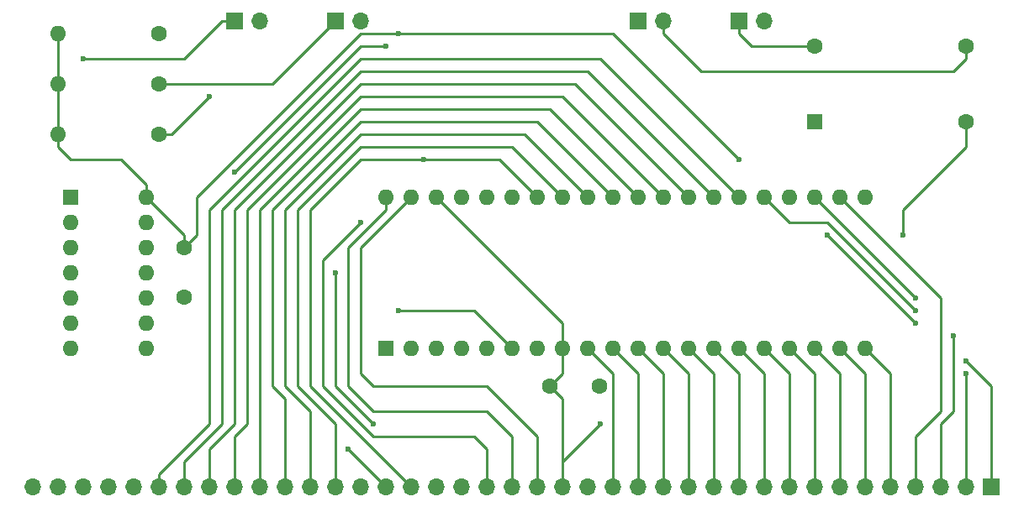
<source format=gtl>
G04 #@! TF.FileFunction,Copper,L1,Top,Signal*
%FSLAX46Y46*%
G04 Gerber Fmt 4.6, Leading zero omitted, Abs format (unit mm)*
G04 Created by KiCad (PCBNEW 4.0.6) date 05/15/17 21:37:23*
%MOMM*%
%LPD*%
G01*
G04 APERTURE LIST*
%ADD10C,0.100000*%
%ADD11R,1.700000X1.700000*%
%ADD12O,1.700000X1.700000*%
%ADD13C,1.600000*%
%ADD14O,1.600000X1.600000*%
%ADD15R,1.600000X1.600000*%
%ADD16C,0.600000*%
%ADD17C,0.250000*%
G04 APERTURE END LIST*
D10*
D11*
X190500000Y-139700000D03*
D12*
X187960000Y-139700000D03*
X185420000Y-139700000D03*
X182880000Y-139700000D03*
X180340000Y-139700000D03*
X177800000Y-139700000D03*
X175260000Y-139700000D03*
X172720000Y-139700000D03*
X170180000Y-139700000D03*
X167640000Y-139700000D03*
X165100000Y-139700000D03*
X162560000Y-139700000D03*
X160020000Y-139700000D03*
X157480000Y-139700000D03*
X154940000Y-139700000D03*
X152400000Y-139700000D03*
X149860000Y-139700000D03*
X147320000Y-139700000D03*
X144780000Y-139700000D03*
X142240000Y-139700000D03*
X139700000Y-139700000D03*
X137160000Y-139700000D03*
X134620000Y-139700000D03*
X132080000Y-139700000D03*
X129540000Y-139700000D03*
X127000000Y-139700000D03*
X124460000Y-139700000D03*
X121920000Y-139700000D03*
X119380000Y-139700000D03*
X116840000Y-139700000D03*
X114300000Y-139700000D03*
X111760000Y-139700000D03*
X109220000Y-139700000D03*
X106680000Y-139700000D03*
X104140000Y-139700000D03*
X101600000Y-139700000D03*
X99060000Y-139700000D03*
X96520000Y-139700000D03*
X93980000Y-139700000D03*
D11*
X124460000Y-92710000D03*
D12*
X127000000Y-92710000D03*
D11*
X114300000Y-92710000D03*
D12*
X116840000Y-92710000D03*
D13*
X106680000Y-93980000D03*
D14*
X96520000Y-93980000D03*
D13*
X106680000Y-99060000D03*
D14*
X96520000Y-99060000D03*
D13*
X106680000Y-104140000D03*
D14*
X96520000Y-104140000D03*
D15*
X129540000Y-125730000D03*
D14*
X177800000Y-110490000D03*
X132080000Y-125730000D03*
X175260000Y-110490000D03*
X134620000Y-125730000D03*
X172720000Y-110490000D03*
X137160000Y-125730000D03*
X170180000Y-110490000D03*
X139700000Y-125730000D03*
X167640000Y-110490000D03*
X142240000Y-125730000D03*
X165100000Y-110490000D03*
X144780000Y-125730000D03*
X162560000Y-110490000D03*
X147320000Y-125730000D03*
X160020000Y-110490000D03*
X149860000Y-125730000D03*
X157480000Y-110490000D03*
X152400000Y-125730000D03*
X154940000Y-110490000D03*
X154940000Y-125730000D03*
X152400000Y-110490000D03*
X157480000Y-125730000D03*
X149860000Y-110490000D03*
X160020000Y-125730000D03*
X147320000Y-110490000D03*
X162560000Y-125730000D03*
X144780000Y-110490000D03*
X165100000Y-125730000D03*
X142240000Y-110490000D03*
X167640000Y-125730000D03*
X139700000Y-110490000D03*
X170180000Y-125730000D03*
X137160000Y-110490000D03*
X172720000Y-125730000D03*
X134620000Y-110490000D03*
X175260000Y-125730000D03*
X132080000Y-110490000D03*
X177800000Y-125730000D03*
X129540000Y-110490000D03*
D15*
X97790000Y-110490000D03*
D14*
X105410000Y-125730000D03*
X97790000Y-113030000D03*
X105410000Y-123190000D03*
X97790000Y-115570000D03*
X105410000Y-120650000D03*
X97790000Y-118110000D03*
X105410000Y-118110000D03*
X97790000Y-120650000D03*
X105410000Y-115570000D03*
X97790000Y-123190000D03*
X105410000Y-113030000D03*
X97790000Y-125730000D03*
X105410000Y-110490000D03*
D13*
X109220000Y-115570000D03*
X109220000Y-120570000D03*
X146050000Y-129540000D03*
X151050000Y-129540000D03*
D11*
X165100000Y-92710000D03*
D12*
X167640000Y-92710000D03*
D11*
X154940000Y-92710000D03*
D12*
X157480000Y-92710000D03*
D15*
X172720000Y-102870000D03*
D13*
X172720000Y-95250000D03*
X187960000Y-95250000D03*
X187960000Y-102870000D03*
D16*
X182880000Y-121920000D03*
X187960000Y-127000000D03*
X173990000Y-114300000D03*
X182880000Y-123190000D03*
X187960000Y-128270000D03*
X186690000Y-124460000D03*
X182880000Y-120650000D03*
X181610000Y-114300000D03*
X165100000Y-106680000D03*
X151130000Y-133350000D03*
X130810000Y-93980000D03*
X127000000Y-113030000D03*
X128270000Y-133350000D03*
X124460000Y-118110000D03*
X114300000Y-107950000D03*
X129540000Y-95250000D03*
X133350000Y-106680000D03*
X125730000Y-135890000D03*
X99060000Y-96520000D03*
X130810000Y-121920000D03*
X111760000Y-100330000D03*
D17*
X190500000Y-139700000D02*
X190500000Y-129540000D01*
X170180000Y-113030000D02*
X167640000Y-110490000D01*
X173990000Y-113030000D02*
X170180000Y-113030000D01*
X182880000Y-121920000D02*
X173990000Y-113030000D01*
X190500000Y-129540000D02*
X187960000Y-127000000D01*
X187960000Y-139700000D02*
X187960000Y-128270000D01*
X182880000Y-123190000D02*
X173990000Y-114300000D01*
X186690000Y-132080000D02*
X186690000Y-124460000D01*
X185420000Y-139700000D02*
X185420000Y-133350000D01*
X186690000Y-132080000D02*
X185420000Y-133350000D01*
X182880000Y-120650000D02*
X172720000Y-110490000D01*
X182880000Y-118110000D02*
X185420000Y-120650000D01*
X175260000Y-110490000D02*
X182880000Y-118110000D01*
X182880000Y-134620000D02*
X182880000Y-139700000D01*
X185420000Y-132080000D02*
X182880000Y-134620000D01*
X185420000Y-120650000D02*
X185420000Y-132080000D01*
X180340000Y-139700000D02*
X180340000Y-128270000D01*
X180340000Y-128270000D02*
X177800000Y-125730000D01*
X177800000Y-139700000D02*
X177800000Y-128270000D01*
X177800000Y-128270000D02*
X175260000Y-125730000D01*
X175260000Y-139700000D02*
X175260000Y-128270000D01*
X175260000Y-128270000D02*
X172720000Y-125730000D01*
X172720000Y-139700000D02*
X172720000Y-128270000D01*
X172720000Y-128270000D02*
X170180000Y-125730000D01*
X170180000Y-139700000D02*
X170180000Y-128270000D01*
X170180000Y-128270000D02*
X167640000Y-125730000D01*
X167640000Y-139700000D02*
X167640000Y-128270000D01*
X167640000Y-128270000D02*
X165100000Y-125730000D01*
X165100000Y-139700000D02*
X165100000Y-128270000D01*
X165100000Y-128270000D02*
X162560000Y-125730000D01*
X162560000Y-139700000D02*
X162560000Y-128270000D01*
X162560000Y-128270000D02*
X160020000Y-125730000D01*
X160020000Y-139700000D02*
X160020000Y-128270000D01*
X160020000Y-128270000D02*
X157480000Y-125730000D01*
X157480000Y-128270000D02*
X154940000Y-125730000D01*
X157480000Y-139700000D02*
X157480000Y-128270000D01*
X154940000Y-128270000D02*
X152400000Y-125730000D01*
X154940000Y-139700000D02*
X154940000Y-128270000D01*
X152400000Y-128270000D02*
X149860000Y-125730000D01*
X152400000Y-139700000D02*
X152400000Y-128270000D01*
X187960000Y-102870000D02*
X187960000Y-105410000D01*
X181610000Y-111760000D02*
X181610000Y-114300000D01*
X187960000Y-105410000D02*
X181610000Y-111760000D01*
X130810000Y-93980000D02*
X152400000Y-93980000D01*
X152400000Y-93980000D02*
X165100000Y-106680000D01*
X147320000Y-125730000D02*
X147320000Y-128270000D01*
X147320000Y-128270000D02*
X146050000Y-129540000D01*
X147320000Y-137160000D02*
X147320000Y-130810000D01*
X147320000Y-130810000D02*
X146050000Y-129540000D01*
X147320000Y-137160000D02*
X151130000Y-133350000D01*
X109220000Y-115570000D02*
X109220000Y-114300000D01*
X109220000Y-114300000D02*
X105410000Y-110490000D01*
X110490000Y-110490000D02*
X110490000Y-114300000D01*
X110490000Y-114300000D02*
X109220000Y-115570000D01*
X105410000Y-109220000D02*
X102870000Y-106680000D01*
X105410000Y-109220000D02*
X105410000Y-110490000D01*
X96520000Y-105410000D02*
X97790000Y-106680000D01*
X96520000Y-104140000D02*
X96520000Y-105410000D01*
X102870000Y-106680000D02*
X97790000Y-106680000D01*
X110490000Y-110490000D02*
X127000000Y-93980000D01*
X127000000Y-93980000D02*
X130810000Y-93980000D01*
X96520000Y-104140000D02*
X96520000Y-99060000D01*
X96520000Y-93980000D02*
X96520000Y-99060000D01*
X147320000Y-125730000D02*
X147320000Y-123190000D01*
X147320000Y-123190000D02*
X134620000Y-110490000D01*
X147320000Y-139700000D02*
X147320000Y-137160000D01*
X127000000Y-128270000D02*
X127000000Y-115570000D01*
X144780000Y-139700000D02*
X144780000Y-134620000D01*
X127000000Y-115570000D02*
X132080000Y-110490000D01*
X128270000Y-129540000D02*
X127000000Y-128270000D01*
X129540000Y-129540000D02*
X128270000Y-129540000D01*
X139700000Y-129540000D02*
X129540000Y-129540000D01*
X144780000Y-134620000D02*
X139700000Y-129540000D01*
X125730000Y-115570000D02*
X125730000Y-129540000D01*
X142240000Y-139700000D02*
X142240000Y-134620000D01*
X128270000Y-132080000D02*
X125730000Y-129540000D01*
X139700000Y-132080000D02*
X128270000Y-132080000D01*
X142240000Y-134620000D02*
X139700000Y-132080000D01*
X129540000Y-111760000D02*
X129540000Y-110490000D01*
X125730000Y-115570000D02*
X129540000Y-111760000D01*
X124460000Y-130810000D02*
X123190000Y-129540000D01*
X124460000Y-130810000D02*
X128270000Y-134620000D01*
X128270000Y-134620000D02*
X137160000Y-134620000D01*
X139700000Y-137160000D02*
X139700000Y-139700000D01*
X127000000Y-113030000D02*
X124460000Y-115570000D01*
X139700000Y-135890000D02*
X138430000Y-134620000D01*
X138430000Y-134620000D02*
X137160000Y-134620000D01*
X139700000Y-137160000D02*
X139700000Y-135890000D01*
X123190000Y-129540000D02*
X123190000Y-116840000D01*
X123190000Y-116840000D02*
X124460000Y-115570000D01*
X128270000Y-133350000D02*
X124460000Y-129540000D01*
X124460000Y-129540000D02*
X124460000Y-118110000D01*
X114300000Y-107950000D02*
X127000000Y-95250000D01*
X127000000Y-95250000D02*
X129540000Y-95250000D01*
X125730000Y-107950000D02*
X121920000Y-111760000D01*
X121920000Y-129540000D02*
X132080000Y-139700000D01*
X121920000Y-111760000D02*
X121920000Y-129540000D01*
X144780000Y-110490000D02*
X140970000Y-106680000D01*
X127000000Y-106680000D02*
X125730000Y-107950000D01*
X140970000Y-106680000D02*
X133350000Y-106680000D01*
X133350000Y-106680000D02*
X127000000Y-106680000D01*
X129540000Y-139700000D02*
X125730000Y-135890000D01*
X124460000Y-107950000D02*
X120650000Y-111760000D01*
X124460000Y-133350000D02*
X124460000Y-134620000D01*
X120650000Y-129540000D02*
X124460000Y-133350000D01*
X120650000Y-111760000D02*
X120650000Y-129540000D01*
X147320000Y-110490000D02*
X143510000Y-106680000D01*
X143510000Y-106680000D02*
X142240000Y-105410000D01*
X124460000Y-134620000D02*
X124460000Y-139700000D01*
X127000000Y-105410000D02*
X124460000Y-107950000D01*
X142240000Y-105410000D02*
X127000000Y-105410000D01*
X123190000Y-107950000D02*
X119380000Y-111760000D01*
X121920000Y-132080000D02*
X121920000Y-133350000D01*
X119380000Y-129540000D02*
X121920000Y-132080000D01*
X119380000Y-111760000D02*
X119380000Y-129540000D01*
X149860000Y-110490000D02*
X143510000Y-104140000D01*
X121920000Y-133350000D02*
X121920000Y-139700000D01*
X127000000Y-104140000D02*
X123190000Y-107950000D01*
X143510000Y-104140000D02*
X127000000Y-104140000D01*
X119380000Y-132080000D02*
X119380000Y-130810000D01*
X118110000Y-111760000D02*
X121920000Y-107950000D01*
X118110000Y-129540000D02*
X118110000Y-111760000D01*
X119380000Y-130810000D02*
X118110000Y-129540000D01*
X152400000Y-110490000D02*
X146050000Y-104140000D01*
X121920000Y-107950000D02*
X127000000Y-102870000D01*
X127000000Y-102870000D02*
X144780000Y-102870000D01*
X146050000Y-104140000D02*
X144780000Y-102870000D01*
X119380000Y-139700000D02*
X119380000Y-132080000D01*
X120650000Y-107950000D02*
X116840000Y-111760000D01*
X116840000Y-111760000D02*
X116840000Y-133350000D01*
X154940000Y-110490000D02*
X147320000Y-102870000D01*
X147320000Y-102870000D02*
X146050000Y-101600000D01*
X116840000Y-133350000D02*
X116840000Y-139700000D01*
X127000000Y-101600000D02*
X120650000Y-107950000D01*
X146050000Y-101600000D02*
X127000000Y-101600000D01*
X119380000Y-107950000D02*
X115570000Y-111760000D01*
X115570000Y-111760000D02*
X115570000Y-133350000D01*
X157480000Y-110490000D02*
X149860000Y-102870000D01*
X114300000Y-134620000D02*
X114300000Y-139700000D01*
X115570000Y-133350000D02*
X114300000Y-134620000D01*
X127000000Y-100330000D02*
X119380000Y-107950000D01*
X147320000Y-100330000D02*
X127000000Y-100330000D01*
X148590000Y-101600000D02*
X147320000Y-100330000D01*
X149860000Y-102870000D02*
X148590000Y-101600000D01*
X118110000Y-107950000D02*
X114300000Y-111760000D01*
X114300000Y-111760000D02*
X114300000Y-133350000D01*
X160020000Y-110490000D02*
X148590000Y-99060000D01*
X111760000Y-135890000D02*
X111760000Y-139700000D01*
X114300000Y-133350000D02*
X111760000Y-135890000D01*
X127000000Y-99060000D02*
X118110000Y-107950000D01*
X148590000Y-99060000D02*
X127000000Y-99060000D01*
X116840000Y-107950000D02*
X113030000Y-111760000D01*
X113030000Y-111760000D02*
X113030000Y-133350000D01*
X162560000Y-110490000D02*
X149860000Y-97790000D01*
X109220000Y-137160000D02*
X109220000Y-139700000D01*
X113030000Y-133350000D02*
X109220000Y-137160000D01*
X127000000Y-97790000D02*
X116840000Y-107950000D01*
X149860000Y-97790000D02*
X127000000Y-97790000D01*
X115570000Y-107950000D02*
X111760000Y-111760000D01*
X111760000Y-111760000D02*
X111760000Y-133350000D01*
X165100000Y-110490000D02*
X151130000Y-96520000D01*
X106680000Y-138430000D02*
X106680000Y-139700000D01*
X111760000Y-133350000D02*
X106680000Y-138430000D01*
X127000000Y-96520000D02*
X115570000Y-107950000D01*
X151130000Y-96520000D02*
X127000000Y-96520000D01*
X114300000Y-92710000D02*
X113030000Y-92710000D01*
X109220000Y-96520000D02*
X99060000Y-96520000D01*
X113030000Y-92710000D02*
X109220000Y-96520000D01*
X116840000Y-99060000D02*
X118110000Y-99060000D01*
X106680000Y-99060000D02*
X116840000Y-99060000D01*
X118110000Y-99060000D02*
X124460000Y-92710000D01*
X142240000Y-125730000D02*
X138430000Y-121920000D01*
X138430000Y-121920000D02*
X130810000Y-121920000D01*
X106680000Y-104140000D02*
X107950000Y-104140000D01*
X107950000Y-104140000D02*
X111760000Y-100330000D01*
X165100000Y-92710000D02*
X165100000Y-93980000D01*
X166370000Y-95250000D02*
X172720000Y-95250000D01*
X165100000Y-93980000D02*
X166370000Y-95250000D01*
X157480000Y-92710000D02*
X157480000Y-93980000D01*
X186690000Y-97790000D02*
X187960000Y-96520000D01*
X187960000Y-96520000D02*
X187960000Y-95250000D01*
X161290000Y-97790000D02*
X186690000Y-97790000D01*
X157480000Y-93980000D02*
X161290000Y-97790000D01*
M02*

</source>
